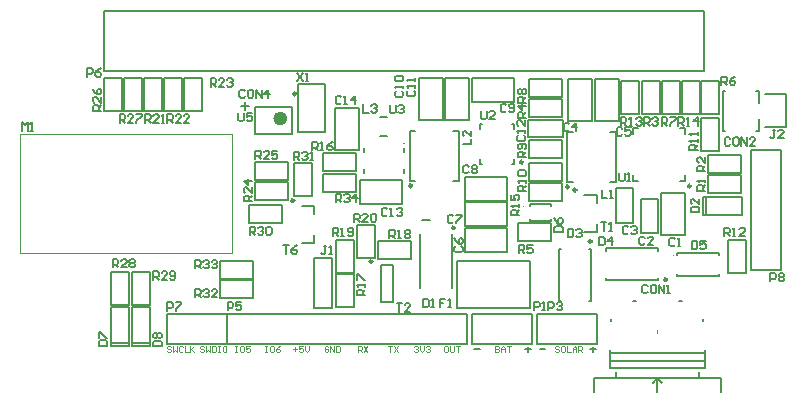
<source format=gto>
G04 Layer_Color=65535*
%FSAX25Y25*%
%MOIN*%
G70*
G01*
G75*
%ADD51C,0.02362*%
%ADD63C,0.00984*%
%ADD64C,0.00394*%
%ADD65C,0.00787*%
%ADD66C,0.00315*%
%ADD67C,0.00591*%
D51*
X0195590Y0187138D02*
G03*
X0195590Y0187138I-0001181J0000000D01*
G01*
D63*
X0225118Y0139500D02*
G03*
X0225118Y0139500I-0000492J0000000D01*
G01*
X0252527Y0150721D02*
G03*
X0252527Y0150721I-0000440J0000000D01*
G01*
X0199035Y0159776D02*
G03*
X0199035Y0159776I-0000492J0000000D01*
G01*
X0199724Y0195405D02*
G03*
X0199724Y0195405I-0000492J0000000D01*
G01*
X0238280Y0164736D02*
G03*
X0238280Y0164736I-0000492J0000000D01*
G01*
X0275315Y0172571D02*
G03*
X0275315Y0172571I-0000492J0000000D01*
G01*
X0298248Y0146193D02*
G03*
X0298248Y0146193I-0000492J0000000D01*
G01*
X0323248Y0133398D02*
G03*
X0323248Y0133398I-0000492J0000000D01*
G01*
X0331319Y0164598D02*
G03*
X0331319Y0164598I-0000492J0000000D01*
G01*
X0290642Y0164342D02*
G03*
X0290642Y0164342I-0000492J0000000D01*
G01*
X0293130Y0163319D02*
G03*
X0293130Y0163319I-0000492J0000000D01*
G01*
D64*
X0235748Y0178870D02*
G03*
X0235748Y0178870I-0000197J0000000D01*
G01*
X0275512Y0157905D02*
G03*
X0275512Y0157905I-0000197J0000000D01*
G01*
X0325512Y0141567D02*
G03*
X0325512Y0141567I-0000197J0000000D01*
G01*
X0107598Y0142453D02*
Y0162138D01*
Y0181823D01*
X0178464D01*
Y0142453D02*
Y0181823D01*
X0107598Y0142453D02*
X0178464D01*
X0287257Y0110825D02*
X0286929Y0111153D01*
X0286273D01*
X0285945Y0110825D01*
Y0110497D01*
X0286273Y0110169D01*
X0286929D01*
X0287257Y0109841D01*
Y0109513D01*
X0286929Y0109185D01*
X0286273D01*
X0285945Y0109513D01*
X0288897Y0111153D02*
X0288241D01*
X0287913Y0110825D01*
Y0109513D01*
X0288241Y0109185D01*
X0288897D01*
X0289225Y0109513D01*
Y0110825D01*
X0288897Y0111153D01*
X0289881D02*
Y0109185D01*
X0291193D01*
X0291848D02*
Y0110497D01*
X0292504Y0111153D01*
X0293160Y0110497D01*
Y0109185D01*
Y0110169D01*
X0291848D01*
X0293816Y0109185D02*
Y0111153D01*
X0294800D01*
X0295128Y0110825D01*
Y0110169D01*
X0294800Y0109841D01*
X0293816D01*
X0294472D02*
X0295128Y0109185D01*
X0266063Y0111153D02*
Y0109185D01*
X0267047D01*
X0267375Y0109513D01*
Y0109841D01*
X0267047Y0110169D01*
X0266063D01*
X0267047D01*
X0267375Y0110497D01*
Y0110825D01*
X0267047Y0111153D01*
X0266063D01*
X0268031Y0109185D02*
Y0110497D01*
X0268687Y0111153D01*
X0269343Y0110497D01*
Y0109185D01*
Y0110169D01*
X0268031D01*
X0269999Y0111153D02*
X0271311D01*
X0270655D01*
Y0109185D01*
X0250118Y0111153D02*
X0249462D01*
X0249134Y0110825D01*
Y0109513D01*
X0249462Y0109185D01*
X0250118D01*
X0250446Y0109513D01*
Y0110825D01*
X0250118Y0111153D01*
X0251102D02*
Y0109513D01*
X0251430Y0109185D01*
X0252086D01*
X0252414Y0109513D01*
Y0111153D01*
X0253070D02*
X0254381D01*
X0253726D01*
Y0109185D01*
X0239094Y0110825D02*
X0239422Y0111153D01*
X0240078D01*
X0240406Y0110825D01*
Y0110497D01*
X0240078Y0110169D01*
X0239751D01*
X0240078D01*
X0240406Y0109841D01*
Y0109513D01*
X0240078Y0109185D01*
X0239422D01*
X0239094Y0109513D01*
X0241062Y0111153D02*
Y0109841D01*
X0241718Y0109185D01*
X0242374Y0109841D01*
Y0111153D01*
X0243030Y0110825D02*
X0243358Y0111153D01*
X0244014D01*
X0244342Y0110825D01*
Y0110497D01*
X0244014Y0110169D01*
X0243686D01*
X0244014D01*
X0244342Y0109841D01*
Y0109513D01*
X0244014Y0109185D01*
X0243358D01*
X0243030Y0109513D01*
X0230236Y0111153D02*
X0231548D01*
X0230892D01*
Y0109185D01*
X0232204Y0111153D02*
X0233516Y0109185D01*
Y0111153D02*
X0232204Y0109185D01*
X0220197D02*
Y0111153D01*
X0221181D01*
X0221509Y0110825D01*
Y0110169D01*
X0221181Y0109841D01*
X0220197D01*
X0220853D02*
X0221509Y0109185D01*
X0222165Y0111153D02*
X0223477Y0109185D01*
Y0111153D02*
X0222165Y0109185D01*
X0210485Y0110825D02*
X0210157Y0111153D01*
X0209501D01*
X0209173Y0110825D01*
Y0109513D01*
X0209501Y0109185D01*
X0210157D01*
X0210485Y0109513D01*
Y0110169D01*
X0209829D01*
X0211141Y0109185D02*
Y0111153D01*
X0212453Y0109185D01*
Y0111153D01*
X0213109D02*
Y0109185D01*
X0214093D01*
X0214421Y0109513D01*
Y0110825D01*
X0214093Y0111153D01*
X0213109D01*
X0198740Y0110169D02*
X0200052D01*
X0199396Y0110825D02*
Y0109513D01*
X0202020Y0111153D02*
X0200708D01*
Y0110169D01*
X0201364Y0110497D01*
X0201692D01*
X0202020Y0110169D01*
Y0109513D01*
X0201692Y0109185D01*
X0201036D01*
X0200708Y0109513D01*
X0202676Y0111153D02*
Y0109841D01*
X0203332Y0109185D01*
X0203988Y0109841D01*
Y0111153D01*
X0189488D02*
X0190144D01*
X0189816D01*
Y0109185D01*
X0189488D01*
X0190144D01*
X0192112Y0111153D02*
X0191456D01*
X0191128Y0110825D01*
Y0109513D01*
X0191456Y0109185D01*
X0192112D01*
X0192440Y0109513D01*
Y0110825D01*
X0192112Y0111153D01*
X0194408D02*
X0193752Y0110825D01*
X0193096Y0110169D01*
Y0109513D01*
X0193424Y0109185D01*
X0194080D01*
X0194408Y0109513D01*
Y0109841D01*
X0194080Y0110169D01*
X0193096D01*
X0179449Y0111153D02*
X0180105D01*
X0179777D01*
Y0109185D01*
X0179449D01*
X0180105D01*
X0182073Y0111153D02*
X0181417D01*
X0181089Y0110825D01*
Y0109513D01*
X0181417Y0109185D01*
X0182073D01*
X0182401Y0109513D01*
Y0110825D01*
X0182073Y0111153D01*
X0184369D02*
X0183057D01*
Y0110169D01*
X0183712Y0110497D01*
X0184040D01*
X0184369Y0110169D01*
Y0109513D01*
X0184040Y0109185D01*
X0183385D01*
X0183057Y0109513D01*
X0168950Y0110825D02*
X0168622Y0111153D01*
X0167966D01*
X0167638Y0110825D01*
Y0110497D01*
X0167966Y0110169D01*
X0168622D01*
X0168950Y0109841D01*
Y0109513D01*
X0168622Y0109185D01*
X0167966D01*
X0167638Y0109513D01*
X0169606Y0111153D02*
Y0109185D01*
X0170262Y0109841D01*
X0170918Y0109185D01*
Y0111153D01*
X0171573D02*
Y0109185D01*
X0172557D01*
X0172885Y0109513D01*
Y0110825D01*
X0172557Y0111153D01*
X0171573D01*
X0173541D02*
X0174197D01*
X0173869D01*
Y0109185D01*
X0173541D01*
X0174197D01*
X0176165Y0111153D02*
X0175509D01*
X0175181Y0110825D01*
Y0109513D01*
X0175509Y0109185D01*
X0176165D01*
X0176493Y0109513D01*
Y0110825D01*
X0176165Y0111153D01*
X0157926Y0110825D02*
X0157598Y0111153D01*
X0156942D01*
X0156614Y0110825D01*
Y0110497D01*
X0156942Y0110169D01*
X0157598D01*
X0157926Y0109841D01*
Y0109513D01*
X0157598Y0109185D01*
X0156942D01*
X0156614Y0109513D01*
X0158582Y0111153D02*
Y0109185D01*
X0159238Y0109841D01*
X0159894Y0109185D01*
Y0111153D01*
X0161862Y0110825D02*
X0161534Y0111153D01*
X0160878D01*
X0160550Y0110825D01*
Y0109513D01*
X0160878Y0109185D01*
X0161534D01*
X0161862Y0109513D01*
X0162518Y0111153D02*
Y0109185D01*
X0163830D01*
X0164486Y0111153D02*
Y0109185D01*
Y0109841D01*
X0165797Y0111153D01*
X0164814Y0110169D01*
X0165797Y0109185D01*
D65*
X0135599Y0203095D02*
X0335598D01*
X0135599Y0223095D02*
X0335598D01*
X0135599Y0203095D02*
Y0223095D01*
X0335598Y0203095D02*
Y0223095D01*
X0162472Y0189709D02*
X0168473D01*
X0162472D02*
Y0200709D01*
X0168473D01*
Y0189709D02*
Y0200709D01*
X0155780Y0189709D02*
X0161779D01*
X0155780D02*
Y0200709D01*
X0161779D01*
Y0189709D02*
Y0200709D01*
X0149087Y0189709D02*
X0155087D01*
X0149087D02*
Y0200709D01*
X0155087D01*
Y0189709D02*
Y0200709D01*
X0142394D02*
X0148394D01*
Y0189709D02*
Y0200709D01*
X0142394Y0189709D02*
X0148394D01*
X0142394D02*
Y0200709D01*
X0135701D02*
X0141701D01*
Y0189709D02*
Y0200709D01*
X0135701Y0189709D02*
X0141701D01*
X0135701D02*
Y0200709D01*
X0185441Y0127248D02*
Y0133248D01*
X0174441Y0127248D02*
X0185441D01*
X0174441D02*
Y0133248D01*
X0185441D01*
X0174441Y0133744D02*
Y0139744D01*
X0185441D01*
Y0133744D02*
Y0139744D01*
X0174441Y0133744D02*
X0185441D01*
X0156678Y0121862D02*
X0176678D01*
X0156678Y0111862D02*
Y0121862D01*
Y0111862D02*
X0176678D01*
Y0121862D01*
X0143866Y0111240D02*
Y0124240D01*
X0137866D02*
X0143866D01*
X0137866Y0111240D02*
Y0124240D01*
Y0112240D02*
X0143866D01*
X0137866Y0111240D02*
X0143866D01*
X0151150D02*
Y0124240D01*
X0145150Y0124240D02*
X0151150Y0124240D01*
X0145150Y0124240D02*
X0145150Y0111240D01*
X0145150Y0112240D02*
X0151150D01*
X0145150Y0111240D02*
X0151150D01*
X0137876Y0136059D02*
X0143876D01*
Y0125059D02*
Y0136059D01*
X0137876Y0125059D02*
X0143876D01*
X0137876D02*
X0137876Y0136059D01*
X0145159D02*
X0151159D01*
Y0125059D02*
Y0136059D01*
X0145159Y0125059D02*
X0151159D01*
X0145159D02*
Y0136059D01*
X0176693Y0111862D02*
Y0121862D01*
X0256693D01*
Y0111862D02*
Y0121862D01*
X0176693Y0111862D02*
X0256693D01*
X0288295Y0187484D02*
Y0193484D01*
X0277295Y0187484D02*
X0288295D01*
X0277295D02*
Y0193484D01*
X0288295D01*
Y0194177D02*
Y0200177D01*
X0277295Y0194177D02*
X0288295D01*
X0277295D02*
Y0200177D01*
X0288295D01*
X0277045Y0181041D02*
Y0186541D01*
Y0181041D02*
X0288545D01*
Y0186541D01*
X0277045D02*
X0288545D01*
X0253268Y0139697D02*
X0277677D01*
X0253268Y0123949D02*
Y0139697D01*
Y0123949D02*
X0277677D01*
Y0139697D01*
X0219953Y0140496D02*
X0225953D01*
X0219953D02*
Y0151496D01*
X0225953D01*
Y0140496D02*
Y0151496D01*
X0226902Y0140240D02*
Y0146240D01*
X0237902D01*
Y0140240D02*
Y0146240D01*
X0226902Y0140240D02*
X0237902D01*
X0212866Y0135158D02*
X0218866D01*
Y0124158D02*
Y0135158D01*
X0212866Y0124158D02*
X0218866D01*
X0212866D02*
Y0135158D01*
X0232008Y0126114D02*
Y0138319D01*
X0228071Y0126114D02*
Y0138319D01*
Y0126114D02*
X0232008D01*
X0228071Y0138319D02*
X0232008D01*
X0219791Y0162681D02*
Y0168681D01*
X0208791Y0162681D02*
X0219791D01*
X0208791D02*
Y0168681D01*
X0219791Y0168681D01*
X0199087Y0172362D02*
X0205087D01*
X0205087Y0161362D02*
X0205087Y0172362D01*
X0199087Y0161362D02*
X0205087D01*
X0199087D02*
Y0172362D01*
X0212866Y0146772D02*
X0218866D01*
Y0135772D02*
Y0146772D01*
X0212866Y0135772D02*
X0218866D01*
X0212866D02*
Y0146772D01*
X0251693Y0130642D02*
Y0148752D01*
X0241063Y0130642D02*
Y0148752D01*
X0221071Y0158531D02*
Y0166532D01*
X0235071D01*
Y0158531D02*
Y0166532D01*
X0221071Y0158531D02*
X0235071D01*
X0227677Y0187689D02*
X0230039D01*
X0227677Y0181468D02*
X0230039D01*
X0235551Y0175898D02*
X0235551Y0177295D01*
X0235551Y0169027D02*
X0235551Y0170425D01*
X0222165Y0175898D02*
Y0177295D01*
Y0169028D02*
Y0170425D01*
X0205780Y0140669D02*
X0211779D01*
X0211779Y0124169D01*
X0205780Y0129669D02*
Y0140669D01*
Y0123949D02*
X0211779D01*
X0205780D02*
Y0129669D01*
X0211779Y0123949D02*
Y0125130D01*
X0318524Y0099047D02*
X0320098Y0100622D01*
X0321673Y0099047D01*
X0320098Y0095898D02*
Y0100622D01*
X0306319D02*
Y0102591D01*
X0333878Y0100622D02*
Y0102591D01*
X0311831Y0126409D02*
X0313012D01*
X0335453Y0119520D02*
Y0120307D01*
X0304350Y0106331D02*
X0335846D01*
X0304350Y0109087D02*
X0335846D01*
Y0103969D02*
Y0110071D01*
X0304350Y0103969D02*
Y0110071D01*
Y0103969D02*
X0335846D01*
X0304744Y0119520D02*
Y0120307D01*
X0327185Y0126409D02*
X0328366D01*
X0298839Y0095898D02*
Y0100622D01*
X0341358D01*
Y0095898D02*
Y0100622D01*
X0201496Y0158004D02*
X0205827D01*
X0205827Y0155445D01*
X0201496Y0145799D02*
X0205827D01*
X0205827Y0148358D01*
X0185957Y0166618D02*
Y0172618D01*
X0196957D01*
Y0166618D02*
Y0172618D01*
X0185957Y0166618D02*
X0196957D01*
X0185957Y0165925D02*
X0185957Y0159925D01*
X0185957Y0165925D02*
X0196957D01*
Y0159925D02*
Y0165925D01*
X0185957Y0159925D02*
X0196957Y0159925D01*
X0183988Y0158248D02*
X0183988Y0152248D01*
X0183988Y0158248D02*
X0194988D01*
X0194988Y0152248D02*
X0194988Y0158248D01*
X0183988Y0152248D02*
X0194988D01*
X0209173Y0182484D02*
X0209173Y0198484D01*
X0200342D02*
X0209173D01*
X0200342Y0182484D02*
Y0198484D01*
Y0182484D02*
X0209173Y0182484D01*
X0186142Y0182020D02*
X0186142Y0191075D01*
X0198346Y0182020D02*
X0198346Y0191075D01*
X0186142Y0182020D02*
X0198346D01*
X0186142Y0191075D02*
X0198346D01*
X0208791Y0169768D02*
Y0175768D01*
X0219791D01*
Y0169768D02*
Y0175768D01*
X0208791Y0169768D02*
X0219791Y0169768D01*
X0212653Y0176791D02*
X0220654D01*
X0212653D02*
X0212654Y0190791D01*
X0220654Y0190791D01*
Y0176791D02*
Y0190791D01*
X0258347Y0111862D02*
Y0121862D01*
X0278346D01*
Y0111862D02*
Y0121862D01*
X0258347Y0111862D02*
X0278346D01*
X0300157D02*
Y0121862D01*
X0280157Y0111862D02*
X0300157D01*
X0280157D02*
Y0121862D01*
X0300157D01*
X0273752Y0146146D02*
Y0152146D01*
X0284752D01*
Y0146146D02*
Y0152146D01*
X0273752Y0146146D02*
X0284752D01*
X0270110Y0142783D02*
Y0150784D01*
X0256110Y0142783D02*
X0270110D01*
X0256110D02*
Y0150784D01*
X0270110D01*
Y0151445D02*
Y0159445D01*
X0256110Y0151445D02*
X0270110D01*
X0256110D02*
Y0159445D01*
X0270110D01*
X0270110Y0159713D02*
Y0167713D01*
X0256110Y0159713D02*
X0270110D01*
X0256110D02*
Y0167713D01*
X0270110D01*
X0237520Y0166469D02*
Y0183004D01*
X0254055Y0166469D02*
Y0183004D01*
X0237520Y0166469D02*
X0239488D01*
X0237520Y0183004D02*
X0239488D01*
X0252087Y0166469D02*
X0254055D01*
X0252087Y0183004D02*
X0254055D01*
X0271575Y0185366D02*
X0272264D01*
Y0183693D02*
Y0185366D01*
X0260846D02*
X0261535D01*
X0260846Y0183693D02*
Y0185366D01*
Y0171980D02*
Y0173653D01*
Y0171980D02*
X0261535D01*
X0271575D02*
X0272264D01*
Y0173653D01*
X0288295Y0174098D02*
Y0180098D01*
X0277295Y0174098D02*
X0288295D01*
X0277295D02*
Y0180098D01*
X0288295D01*
Y0166224D02*
Y0172224D01*
X0277295Y0166224D02*
X0288295D01*
X0277295D02*
Y0172224D01*
X0288295D01*
X0284764Y0153083D02*
Y0153772D01*
X0277677Y0153083D02*
Y0153772D01*
X0284764Y0157905D02*
Y0158595D01*
X0277677Y0157905D02*
Y0158595D01*
Y0153083D02*
X0284764D01*
X0277677Y0158595D02*
X0284764D01*
X0297953Y0126311D02*
Y0143634D01*
X0287323Y0126311D02*
Y0143634D01*
X0297165Y0143634D02*
X0297953Y0143634D01*
X0297165Y0126311D02*
X0297953Y0126311D01*
X0287323Y0143634D02*
X0288110Y0143634D01*
X0287323Y0126311D02*
X0288110Y0126311D01*
X0302874Y0133201D02*
X0320197D01*
X0302874Y0143831D02*
X0320197D01*
Y0133201D02*
Y0133988D01*
X0302874Y0133201D02*
Y0133988D01*
X0320197Y0143043D02*
Y0143831D01*
X0302874Y0143043D02*
Y0143831D01*
X0343575Y0146772D02*
X0349575D01*
Y0135772D02*
Y0146772D01*
X0343575Y0135772D02*
X0349575D01*
X0343575D02*
Y0146772D01*
X0340669Y0141665D02*
Y0142453D01*
X0326496D02*
X0340669D01*
X0326496Y0141665D02*
Y0142453D01*
Y0134579D02*
Y0135366D01*
Y0134579D02*
X0340669D01*
Y0135366D01*
X0306423Y0152451D02*
X0311923D01*
Y0163951D01*
X0306423D02*
X0311923D01*
X0306423Y0152451D02*
Y0163951D01*
X0314691Y0148907D02*
X0320191D01*
Y0160407D01*
X0314691D02*
X0320191D01*
X0314691Y0148907D02*
Y0160407D01*
X0321315Y0162445D02*
X0329315D01*
Y0148445D02*
Y0162445D01*
X0321315Y0148445D02*
X0329315D01*
X0321315D02*
Y0162445D01*
X0335244Y0154807D02*
X0348244D01*
Y0160807D01*
X0335244D02*
X0348244D01*
X0336244Y0154807D02*
Y0160807D01*
X0335244Y0154807D02*
Y0160807D01*
X0337138Y0162287D02*
Y0168287D01*
X0348138D01*
Y0162287D02*
Y0168287D01*
X0337138Y0162287D02*
X0348138D01*
Y0168980D02*
Y0174980D01*
X0337138Y0168980D02*
X0348138D01*
X0337138D02*
Y0174980D01*
X0348138D01*
X0334520Y0176323D02*
X0340520D01*
X0334520D02*
Y0187323D01*
X0340520D01*
Y0176323D02*
Y0187323D01*
X0327579Y0183890D02*
X0329350D01*
Y0182118D02*
Y0183890D01*
X0311831D02*
X0313602D01*
X0311831Y0182118D02*
Y0183890D01*
Y0166370D02*
Y0168142D01*
Y0166370D02*
X0313602D01*
X0327579D02*
X0329350D01*
Y0168142D01*
X0351417Y0176508D02*
X0361417D01*
Y0136508D02*
Y0176508D01*
X0351417Y0136508D02*
Y0176508D01*
Y0136508D02*
X0361417D01*
X0363110Y0184185D02*
Y0195209D01*
X0356024Y0195209D02*
X0363110Y0195209D01*
X0356024Y0184185D02*
X0363110D01*
X0354055Y0192453D02*
Y0196390D01*
X0352874Y0196390D02*
X0354055Y0196390D01*
X0352874Y0183004D02*
X0354055D01*
Y0186941D01*
X0341850Y0196390D02*
X0342638D01*
X0341850Y0183004D02*
Y0196390D01*
Y0183004D02*
X0342638D01*
X0334520Y0188528D02*
X0340520D01*
X0334520D02*
Y0199528D01*
X0340520D01*
Y0188528D02*
Y0199528D01*
X0240606Y0186634D02*
X0248606D01*
X0240606D02*
Y0200634D01*
X0248606D01*
Y0186634D02*
Y0200634D01*
X0249268Y0186634D02*
X0257268D01*
X0249268D02*
Y0200634D01*
X0257268D01*
Y0186634D02*
Y0200634D01*
X0272472Y0192783D02*
Y0200783D01*
X0258472Y0192783D02*
X0272472D01*
X0258472D02*
Y0200783D01*
X0272472D01*
X0277295Y0159531D02*
Y0165532D01*
X0288295D01*
Y0159531D02*
Y0165532D01*
X0277295Y0159531D02*
X0288295D01*
X0290213Y0186240D02*
X0298213D01*
X0290213D02*
Y0200240D01*
X0298213D01*
Y0186240D02*
Y0200240D01*
X0299268Y0186240D02*
X0307268D01*
X0299268D02*
Y0200240D01*
X0307268D01*
Y0186240D02*
Y0200240D01*
X0289882Y0166075D02*
Y0182610D01*
X0306417Y0166075D02*
Y0182610D01*
X0289882Y0166075D02*
X0291850D01*
X0289882Y0182610D02*
X0291850D01*
X0304449Y0166075D02*
X0306417D01*
X0304449Y0182610D02*
X0306417D01*
X0295591Y0161547D02*
X0299921D01*
Y0158988D02*
Y0161547D01*
X0295591Y0149343D02*
X0299921D01*
Y0151902D01*
X0308142Y0188528D02*
X0314142D01*
X0308142D02*
Y0199528D01*
X0314142D01*
Y0188528D02*
Y0199528D01*
X0314835Y0188528D02*
X0320835D01*
X0314835D02*
Y0199528D01*
X0320835D01*
Y0188528D02*
Y0199528D01*
X0321528D02*
X0327528D01*
Y0188528D02*
Y0199528D01*
X0321528Y0188528D02*
X0327528D01*
X0321528D02*
Y0199528D01*
X0328221Y0188528D02*
X0334221D01*
X0328221D02*
Y0199528D01*
X0334221D01*
Y0188528D02*
Y0199528D01*
X0282795Y0110170D02*
X0280959D01*
X0299528D02*
X0297691D01*
X0298609Y0109251D02*
Y0111088D01*
X0260945Y0110170D02*
X0259108D01*
X0277874D02*
X0276037D01*
X0276956Y0109251D02*
Y0111088D01*
D66*
X0320098Y0115779D02*
Y0116567D01*
D67*
X0130039Y0201114D02*
Y0203869D01*
X0131417D01*
X0131876Y0203410D01*
Y0202492D01*
X0131417Y0202032D01*
X0130039D01*
X0134631Y0203869D02*
X0133713Y0203410D01*
X0132794Y0202492D01*
Y0201573D01*
X0133254Y0201114D01*
X0134172D01*
X0134631Y0201573D01*
Y0202032D01*
X0134172Y0202492D01*
X0132794D01*
X0108386Y0183102D02*
Y0185857D01*
X0109304Y0184939D01*
X0110222Y0185857D01*
Y0183102D01*
X0111141D02*
X0112059D01*
X0111600D01*
Y0185857D01*
X0111141Y0185398D01*
X0200118Y0202294D02*
X0201955Y0199539D01*
Y0202294D02*
X0200118Y0199539D01*
X0202873D02*
X0203791D01*
X0203332D01*
Y0202294D01*
X0202873Y0201835D01*
X0180433Y0188909D02*
Y0186613D01*
X0180892Y0186153D01*
X0181811D01*
X0182270Y0186613D01*
Y0188909D01*
X0185025D02*
X0183188D01*
Y0187531D01*
X0184106Y0187990D01*
X0184566D01*
X0185025Y0187531D01*
Y0186613D01*
X0184566Y0186153D01*
X0183647D01*
X0183188Y0186613D01*
X0231024Y0191665D02*
Y0189369D01*
X0231483Y0188909D01*
X0232401D01*
X0232860Y0189369D01*
Y0191665D01*
X0233779Y0191205D02*
X0234238Y0191665D01*
X0235156D01*
X0235615Y0191205D01*
Y0190746D01*
X0235156Y0190287D01*
X0234697D01*
X0235156D01*
X0235615Y0189828D01*
Y0189369D01*
X0235156Y0188909D01*
X0234238D01*
X0233779Y0189369D01*
X0261339Y0189696D02*
Y0187400D01*
X0261798Y0186941D01*
X0262716D01*
X0263175Y0187400D01*
Y0189696D01*
X0265930Y0186941D02*
X0264094D01*
X0265930Y0188778D01*
Y0189237D01*
X0265471Y0189696D01*
X0264553D01*
X0264094Y0189237D01*
X0307402Y0169027D02*
Y0166731D01*
X0307861Y0166272D01*
X0308779D01*
X0309238Y0166731D01*
Y0169027D01*
X0310157Y0166272D02*
X0311075D01*
X0310616D01*
Y0169027D01*
X0310157Y0168568D01*
X0195394Y0144814D02*
X0197230D01*
X0196312D01*
Y0142059D01*
X0199985Y0144814D02*
X0199067Y0144355D01*
X0198149Y0143437D01*
Y0142518D01*
X0198608Y0142059D01*
X0199526D01*
X0199985Y0142518D01*
Y0142977D01*
X0199526Y0143437D01*
X0198149D01*
X0233189Y0125523D02*
X0235026D01*
X0234107D01*
Y0122768D01*
X0237781D02*
X0235944D01*
X0237781Y0124604D01*
Y0125064D01*
X0237321Y0125523D01*
X0236403D01*
X0235944Y0125064D01*
X0301299Y0152491D02*
X0303136D01*
X0302218D01*
Y0149736D01*
X0304054D02*
X0304973D01*
X0304513D01*
Y0152491D01*
X0304054Y0152032D01*
X0212913Y0159185D02*
Y0161940D01*
X0214291D01*
X0214750Y0161481D01*
Y0160563D01*
X0214291Y0160103D01*
X0212913D01*
X0213832D02*
X0214750Y0159185D01*
X0215668Y0161481D02*
X0216128Y0161940D01*
X0217046D01*
X0217505Y0161481D01*
Y0161022D01*
X0217046Y0160563D01*
X0216587D01*
X0217046D01*
X0217505Y0160103D01*
Y0159644D01*
X0217046Y0159185D01*
X0216128D01*
X0215668Y0159644D01*
X0219801Y0159185D02*
Y0161940D01*
X0218423Y0160563D01*
X0220260D01*
X0166063Y0137138D02*
Y0139893D01*
X0167440D01*
X0167900Y0139434D01*
Y0138515D01*
X0167440Y0138056D01*
X0166063D01*
X0166981D02*
X0167900Y0137138D01*
X0168818Y0139434D02*
X0169277Y0139893D01*
X0170195D01*
X0170655Y0139434D01*
Y0138974D01*
X0170195Y0138515D01*
X0169736D01*
X0170195D01*
X0170655Y0138056D01*
Y0137597D01*
X0170195Y0137138D01*
X0169277D01*
X0168818Y0137597D01*
X0171573Y0139434D02*
X0172032Y0139893D01*
X0172950D01*
X0173410Y0139434D01*
Y0138974D01*
X0172950Y0138515D01*
X0172491D01*
X0172950D01*
X0173410Y0138056D01*
Y0137597D01*
X0172950Y0137138D01*
X0172032D01*
X0171573Y0137597D01*
X0166063Y0127492D02*
Y0130247D01*
X0167440D01*
X0167900Y0129788D01*
Y0128870D01*
X0167440Y0128410D01*
X0166063D01*
X0166981D02*
X0167900Y0127492D01*
X0168818Y0129788D02*
X0169277Y0130247D01*
X0170195D01*
X0170655Y0129788D01*
Y0129329D01*
X0170195Y0128870D01*
X0169736D01*
X0170195D01*
X0170655Y0128410D01*
Y0127951D01*
X0170195Y0127492D01*
X0169277D01*
X0168818Y0127951D01*
X0173410Y0127492D02*
X0171573D01*
X0173410Y0129329D01*
Y0129788D01*
X0172950Y0130247D01*
X0172032D01*
X0171573Y0129788D01*
X0198937Y0173358D02*
Y0176113D01*
X0200314D01*
X0200774Y0175654D01*
Y0174736D01*
X0200314Y0174277D01*
X0198937D01*
X0199855D02*
X0200774Y0173358D01*
X0201692Y0175654D02*
X0202151Y0176113D01*
X0203070D01*
X0203529Y0175654D01*
Y0175195D01*
X0203070Y0174736D01*
X0202610D01*
X0203070D01*
X0203529Y0174277D01*
Y0173817D01*
X0203070Y0173358D01*
X0202151D01*
X0201692Y0173817D01*
X0204447Y0173358D02*
X0205365D01*
X0204906D01*
Y0176113D01*
X0204447Y0175654D01*
X0184173Y0148358D02*
Y0151113D01*
X0185551D01*
X0186010Y0150654D01*
Y0149736D01*
X0185551Y0149277D01*
X0184173D01*
X0185092D02*
X0186010Y0148358D01*
X0186928Y0150654D02*
X0187387Y0151113D01*
X0188306D01*
X0188765Y0150654D01*
Y0150195D01*
X0188306Y0149736D01*
X0187847D01*
X0188306D01*
X0188765Y0149277D01*
Y0148817D01*
X0188306Y0148358D01*
X0187387D01*
X0186928Y0148817D01*
X0189683Y0150654D02*
X0190143Y0151113D01*
X0191061D01*
X0191520Y0150654D01*
Y0148817D01*
X0191061Y0148358D01*
X0190143D01*
X0189683Y0148817D01*
Y0150654D01*
X0152087Y0133398D02*
Y0136153D01*
X0153464D01*
X0153923Y0135694D01*
Y0134775D01*
X0153464Y0134316D01*
X0152087D01*
X0153005D02*
X0153923Y0133398D01*
X0156678D02*
X0154842D01*
X0156678Y0135234D01*
Y0135694D01*
X0156219Y0136153D01*
X0155301D01*
X0154842Y0135694D01*
X0157597Y0133857D02*
X0158056Y0133398D01*
X0158974D01*
X0159433Y0133857D01*
Y0135694D01*
X0158974Y0136153D01*
X0158056D01*
X0157597Y0135694D01*
Y0135234D01*
X0158056Y0134775D01*
X0159433D01*
X0138633Y0137491D02*
Y0140246D01*
X0140011D01*
X0140470Y0139786D01*
Y0138868D01*
X0140011Y0138409D01*
X0138633D01*
X0139551D02*
X0140470Y0137491D01*
X0143225D02*
X0141388D01*
X0143225Y0139327D01*
Y0139786D01*
X0142766Y0140246D01*
X0141847D01*
X0141388Y0139786D01*
X0144143D02*
X0144602Y0140246D01*
X0145521D01*
X0145980Y0139786D01*
Y0139327D01*
X0145521Y0138868D01*
X0145980Y0138409D01*
Y0137950D01*
X0145521Y0137491D01*
X0144602D01*
X0144143Y0137950D01*
Y0138409D01*
X0144602Y0138868D01*
X0144143Y0139327D01*
Y0139786D01*
X0144602Y0138868D02*
X0145521D01*
X0140866Y0185760D02*
Y0188515D01*
X0142244D01*
X0142703Y0188056D01*
Y0187137D01*
X0142244Y0186678D01*
X0140866D01*
X0141785D02*
X0142703Y0185760D01*
X0145458D02*
X0143621D01*
X0145458Y0187596D01*
Y0188056D01*
X0144999Y0188515D01*
X0144080D01*
X0143621Y0188056D01*
X0146376Y0188515D02*
X0148213D01*
Y0188056D01*
X0146376Y0186219D01*
Y0185760D01*
X0134764Y0189697D02*
X0132009D01*
Y0191074D01*
X0132468Y0191534D01*
X0133386D01*
X0133845Y0191074D01*
Y0189697D01*
Y0190615D02*
X0134764Y0191534D01*
Y0194289D02*
Y0192452D01*
X0132927Y0194289D01*
X0132468D01*
X0132009Y0193829D01*
Y0192911D01*
X0132468Y0192452D01*
X0132009Y0197044D02*
X0132468Y0196125D01*
X0133386Y0195207D01*
X0134305D01*
X0134764Y0195666D01*
Y0196584D01*
X0134305Y0197044D01*
X0133845D01*
X0133386Y0196584D01*
Y0195207D01*
X0186142Y0173555D02*
Y0176310D01*
X0187519D01*
X0187978Y0175851D01*
Y0174933D01*
X0187519Y0174474D01*
X0186142D01*
X0187060D02*
X0187978Y0173555D01*
X0190733D02*
X0188897D01*
X0190733Y0175392D01*
Y0175851D01*
X0190274Y0176310D01*
X0189356D01*
X0188897Y0175851D01*
X0193489Y0176310D02*
X0191652D01*
Y0174933D01*
X0192570Y0175392D01*
X0193029D01*
X0193489Y0174933D01*
Y0174014D01*
X0193029Y0173555D01*
X0192111D01*
X0191652Y0174014D01*
X0184961Y0159579D02*
X0182206D01*
Y0160956D01*
X0182665Y0161415D01*
X0183583D01*
X0184042Y0160956D01*
Y0159579D01*
Y0160497D02*
X0184961Y0161415D01*
Y0164170D02*
Y0162334D01*
X0183124Y0164170D01*
X0182665D01*
X0182206Y0163711D01*
Y0162793D01*
X0182665Y0162334D01*
X0184961Y0166466D02*
X0182206D01*
X0183583Y0165089D01*
Y0166926D01*
X0171181Y0197768D02*
Y0200523D01*
X0172559D01*
X0173018Y0200064D01*
Y0199145D01*
X0172559Y0198686D01*
X0171181D01*
X0172099D02*
X0173018Y0197768D01*
X0175773D02*
X0173936D01*
X0175773Y0199604D01*
Y0200064D01*
X0175314Y0200523D01*
X0174395D01*
X0173936Y0200064D01*
X0176691D02*
X0177150Y0200523D01*
X0178069D01*
X0178528Y0200064D01*
Y0199604D01*
X0178069Y0199145D01*
X0177610D01*
X0178069D01*
X0178528Y0198686D01*
Y0198227D01*
X0178069Y0197768D01*
X0177150D01*
X0176691Y0198227D01*
X0156811Y0185760D02*
Y0188515D01*
X0158188D01*
X0158648Y0188056D01*
Y0187137D01*
X0158188Y0186678D01*
X0156811D01*
X0157729D02*
X0158648Y0185760D01*
X0161403D02*
X0159566D01*
X0161403Y0187596D01*
Y0188056D01*
X0160944Y0188515D01*
X0160025D01*
X0159566Y0188056D01*
X0164158Y0185760D02*
X0162321D01*
X0164158Y0187596D01*
Y0188056D01*
X0163699Y0188515D01*
X0162780D01*
X0162321Y0188056D01*
X0149331Y0185760D02*
Y0188515D01*
X0150708D01*
X0151167Y0188056D01*
Y0187137D01*
X0150708Y0186678D01*
X0149331D01*
X0150249D02*
X0151167Y0185760D01*
X0153922D02*
X0152086D01*
X0153922Y0187596D01*
Y0188056D01*
X0153463Y0188515D01*
X0152545D01*
X0152086Y0188056D01*
X0154841Y0185760D02*
X0155759D01*
X0155300D01*
Y0188515D01*
X0154841Y0188056D01*
X0219016Y0152689D02*
Y0155444D01*
X0220393D01*
X0220852Y0154985D01*
Y0154067D01*
X0220393Y0153607D01*
X0219016D01*
X0219934D02*
X0220852Y0152689D01*
X0223607D02*
X0221771D01*
X0223607Y0154526D01*
Y0154985D01*
X0223148Y0155444D01*
X0222230D01*
X0221771Y0154985D01*
X0224526D02*
X0224985Y0155444D01*
X0225903D01*
X0226362Y0154985D01*
Y0153148D01*
X0225903Y0152689D01*
X0224985D01*
X0224526Y0153148D01*
Y0154985D01*
X0211929Y0147965D02*
Y0150720D01*
X0213307D01*
X0213766Y0150260D01*
Y0149342D01*
X0213307Y0148883D01*
X0211929D01*
X0212847D02*
X0213766Y0147965D01*
X0214684D02*
X0215602D01*
X0215143D01*
Y0150720D01*
X0214684Y0150260D01*
X0216980Y0148424D02*
X0217439Y0147965D01*
X0218357D01*
X0218817Y0148424D01*
Y0150260D01*
X0218357Y0150720D01*
X0217439D01*
X0216980Y0150260D01*
Y0149801D01*
X0217439Y0149342D01*
X0218817D01*
X0230827Y0147177D02*
Y0149932D01*
X0232204D01*
X0232663Y0149473D01*
Y0148555D01*
X0232204Y0148096D01*
X0230827D01*
X0231745D02*
X0232663Y0147177D01*
X0233582D02*
X0234500D01*
X0234041D01*
Y0149932D01*
X0233582Y0149473D01*
X0235878D02*
X0236337Y0149932D01*
X0237255D01*
X0237714Y0149473D01*
Y0149014D01*
X0237255Y0148555D01*
X0237714Y0148096D01*
Y0147636D01*
X0237255Y0147177D01*
X0236337D01*
X0235878Y0147636D01*
Y0148096D01*
X0236337Y0148555D01*
X0235878Y0149014D01*
Y0149473D01*
X0236337Y0148555D02*
X0237255D01*
X0222756Y0128279D02*
X0220001D01*
Y0129657D01*
X0220460Y0130116D01*
X0221378D01*
X0221838Y0129657D01*
Y0128279D01*
Y0129198D02*
X0222756Y0130116D01*
Y0131035D02*
Y0131953D01*
Y0131494D01*
X0220001D01*
X0220460Y0131035D01*
X0220001Y0133330D02*
Y0135167D01*
X0220460D01*
X0222297Y0133330D01*
X0222756D01*
X0205039Y0176508D02*
Y0179263D01*
X0206417D01*
X0206876Y0178804D01*
Y0177885D01*
X0206417Y0177426D01*
X0205039D01*
X0205958D02*
X0206876Y0176508D01*
X0207794D02*
X0208713D01*
X0208254D01*
Y0179263D01*
X0207794Y0178804D01*
X0211927Y0179263D02*
X0211009Y0178804D01*
X0210090Y0177885D01*
Y0176967D01*
X0210549Y0176508D01*
X0211468D01*
X0211927Y0176967D01*
Y0177426D01*
X0211468Y0177885D01*
X0210090D01*
X0327087Y0184776D02*
Y0187531D01*
X0328464D01*
X0328923Y0187071D01*
Y0186153D01*
X0328464Y0185694D01*
X0327087D01*
X0328005D02*
X0328923Y0184776D01*
X0329842D02*
X0330760D01*
X0330301D01*
Y0187531D01*
X0329842Y0187071D01*
X0333515Y0184776D02*
Y0187531D01*
X0332137Y0186153D01*
X0333974D01*
X0307992Y0184776D02*
Y0187531D01*
X0309370D01*
X0309829Y0187071D01*
Y0186153D01*
X0309370Y0185694D01*
X0307992D01*
X0308910D02*
X0309829Y0184776D01*
X0310747D02*
X0311666D01*
X0311206D01*
Y0187531D01*
X0310747Y0187071D01*
X0313043D02*
X0313502Y0187531D01*
X0314421D01*
X0314880Y0187071D01*
Y0186612D01*
X0314421Y0186153D01*
X0313961D01*
X0314421D01*
X0314880Y0185694D01*
Y0185235D01*
X0314421Y0184776D01*
X0313502D01*
X0313043Y0185235D01*
X0342441Y0147965D02*
Y0150720D01*
X0343818D01*
X0344278Y0150260D01*
Y0149342D01*
X0343818Y0148883D01*
X0342441D01*
X0343359D02*
X0344278Y0147965D01*
X0345196D02*
X0346114D01*
X0345655D01*
Y0150720D01*
X0345196Y0150260D01*
X0349328Y0147965D02*
X0347492D01*
X0349328Y0149801D01*
Y0150260D01*
X0348869Y0150720D01*
X0347951D01*
X0347492Y0150260D01*
X0333583Y0176508D02*
X0330828D01*
Y0177885D01*
X0331287Y0178345D01*
X0332205D01*
X0332664Y0177885D01*
Y0176508D01*
Y0177426D02*
X0333583Y0178345D01*
Y0179263D02*
Y0180181D01*
Y0179722D01*
X0330828D01*
X0331287Y0179263D01*
X0333583Y0181559D02*
Y0182477D01*
Y0182018D01*
X0330828D01*
X0331287Y0181559D01*
X0276299Y0162925D02*
X0273544D01*
Y0164303D01*
X0274003Y0164762D01*
X0274922D01*
X0275381Y0164303D01*
Y0162925D01*
Y0163844D02*
X0276299Y0164762D01*
Y0165680D02*
Y0166599D01*
Y0166139D01*
X0273544D01*
X0274003Y0165680D01*
Y0167976D02*
X0273544Y0168435D01*
Y0169354D01*
X0274003Y0169813D01*
X0275840D01*
X0276299Y0169354D01*
Y0168435D01*
X0275840Y0167976D01*
X0274003D01*
X0276299Y0174146D02*
X0273544D01*
Y0175523D01*
X0274003Y0175982D01*
X0274922D01*
X0275381Y0175523D01*
Y0174146D01*
Y0175064D02*
X0276299Y0175982D01*
X0275840Y0176901D02*
X0276299Y0177360D01*
Y0178278D01*
X0275840Y0178737D01*
X0274003D01*
X0273544Y0178278D01*
Y0177360D01*
X0274003Y0176901D01*
X0274463D01*
X0274922Y0177360D01*
Y0178737D01*
X0276299Y0192453D02*
X0273544D01*
Y0193830D01*
X0274003Y0194289D01*
X0274922D01*
X0275381Y0193830D01*
Y0192453D01*
Y0193371D02*
X0276299Y0194289D01*
X0274003Y0195208D02*
X0273544Y0195667D01*
Y0196585D01*
X0274003Y0197045D01*
X0274463D01*
X0274922Y0196585D01*
X0275381Y0197045D01*
X0275840D01*
X0276299Y0196585D01*
Y0195667D01*
X0275840Y0195208D01*
X0275381D01*
X0274922Y0195667D01*
X0274463Y0195208D01*
X0274003D01*
X0274922Y0195667D02*
Y0196585D01*
X0321575Y0184776D02*
Y0187531D01*
X0322952D01*
X0323411Y0187071D01*
Y0186153D01*
X0322952Y0185694D01*
X0321575D01*
X0322493D02*
X0323411Y0184776D01*
X0324330Y0187531D02*
X0326167D01*
Y0187071D01*
X0324330Y0185235D01*
Y0184776D01*
X0341457Y0198358D02*
Y0201113D01*
X0342834D01*
X0343293Y0200654D01*
Y0199736D01*
X0342834Y0199277D01*
X0341457D01*
X0342375D02*
X0343293Y0198358D01*
X0346048Y0201113D02*
X0345130Y0200654D01*
X0344212Y0199736D01*
Y0198817D01*
X0344671Y0198358D01*
X0345589D01*
X0346048Y0198817D01*
Y0199277D01*
X0345589Y0199736D01*
X0344212D01*
X0273937Y0142256D02*
Y0145011D01*
X0275314D01*
X0275774Y0144552D01*
Y0143633D01*
X0275314Y0143174D01*
X0273937D01*
X0274855D02*
X0275774Y0142256D01*
X0278529Y0145011D02*
X0276692D01*
Y0143633D01*
X0277610Y0144093D01*
X0278069D01*
X0278529Y0143633D01*
Y0142715D01*
X0278069Y0142256D01*
X0277151D01*
X0276692Y0142715D01*
X0276299Y0187335D02*
X0273544D01*
Y0188712D01*
X0274003Y0189171D01*
X0274922D01*
X0275381Y0188712D01*
Y0187335D01*
Y0188253D02*
X0276299Y0189171D01*
Y0191467D02*
X0273544D01*
X0274922Y0190090D01*
Y0191926D01*
X0315669Y0184776D02*
Y0187531D01*
X0317047D01*
X0317506Y0187071D01*
Y0186153D01*
X0317047Y0185694D01*
X0315669D01*
X0316588D02*
X0317506Y0184776D01*
X0318424Y0187071D02*
X0318883Y0187531D01*
X0319802D01*
X0320261Y0187071D01*
Y0186612D01*
X0319802Y0186153D01*
X0319343D01*
X0319802D01*
X0320261Y0185694D01*
Y0185235D01*
X0319802Y0184776D01*
X0318883D01*
X0318424Y0185235D01*
X0336142Y0169618D02*
X0333387D01*
Y0170996D01*
X0333846Y0171455D01*
X0334764D01*
X0335223Y0170996D01*
Y0169618D01*
Y0170536D02*
X0336142Y0171455D01*
Y0174210D02*
Y0172373D01*
X0334305Y0174210D01*
X0333846D01*
X0333387Y0173751D01*
Y0172832D01*
X0333846Y0172373D01*
X0336142Y0163122D02*
X0333387D01*
Y0164500D01*
X0333846Y0164959D01*
X0334764D01*
X0335223Y0164500D01*
Y0163122D01*
Y0164040D02*
X0336142Y0164959D01*
Y0165877D02*
Y0166795D01*
Y0166336D01*
X0333387D01*
X0333846Y0165877D01*
X0357795Y0132807D02*
Y0135562D01*
X0359173D01*
X0359632Y0135103D01*
Y0134185D01*
X0359173Y0133725D01*
X0357795D01*
X0360550Y0135103D02*
X0361010Y0135562D01*
X0361928D01*
X0362387Y0135103D01*
Y0134644D01*
X0361928Y0134185D01*
X0362387Y0133725D01*
Y0133266D01*
X0361928Y0132807D01*
X0361010D01*
X0360550Y0133266D01*
Y0133725D01*
X0361010Y0134185D01*
X0360550Y0134644D01*
Y0135103D01*
X0361010Y0134185D02*
X0361928D01*
X0156757Y0123063D02*
Y0125818D01*
X0158134D01*
X0158593Y0125359D01*
Y0124441D01*
X0158134Y0123981D01*
X0156757D01*
X0159512Y0125818D02*
X0161348D01*
Y0125359D01*
X0159512Y0123522D01*
Y0123063D01*
X0176890Y0123161D02*
Y0125916D01*
X0178267D01*
X0178726Y0125457D01*
Y0124539D01*
X0178267Y0124080D01*
X0176890D01*
X0181482Y0125916D02*
X0179645D01*
Y0124539D01*
X0180563Y0124998D01*
X0181022D01*
X0181482Y0124539D01*
Y0123621D01*
X0181022Y0123161D01*
X0180104D01*
X0179645Y0123621D01*
X0283780Y0123161D02*
Y0125916D01*
X0285157D01*
X0285616Y0125457D01*
Y0124539D01*
X0285157Y0124080D01*
X0283780D01*
X0286535Y0125457D02*
X0286994Y0125916D01*
X0287912D01*
X0288371Y0125457D01*
Y0124998D01*
X0287912Y0124539D01*
X0287453D01*
X0287912D01*
X0288371Y0124080D01*
Y0123621D01*
X0287912Y0123161D01*
X0286994D01*
X0286535Y0123621D01*
X0279055Y0123358D02*
Y0126113D01*
X0280433D01*
X0280892Y0125654D01*
Y0124736D01*
X0280433Y0124277D01*
X0279055D01*
X0281810Y0123358D02*
X0282729D01*
X0282269D01*
Y0126113D01*
X0281810Y0125654D01*
X0255237Y0178476D02*
X0257992D01*
Y0180313D01*
Y0183068D02*
Y0181231D01*
X0256155Y0183068D01*
X0255696D01*
X0255237Y0182609D01*
Y0181691D01*
X0255696Y0181231D01*
X0301496Y0163318D02*
Y0160563D01*
X0303333D01*
X0304251D02*
X0305169D01*
X0304710D01*
Y0163318D01*
X0304251Y0162859D01*
X0359435Y0183397D02*
X0358517D01*
X0358976D01*
Y0181101D01*
X0358517Y0180642D01*
X0358058D01*
X0357598Y0181101D01*
X0362190Y0180642D02*
X0360353D01*
X0362190Y0182478D01*
Y0182938D01*
X0361731Y0183397D01*
X0360813D01*
X0360353Y0182938D01*
X0249494Y0126999D02*
X0247657D01*
Y0125622D01*
X0248576D01*
X0247657D01*
Y0124244D01*
X0250413D02*
X0251331D01*
X0250872D01*
Y0126999D01*
X0250413Y0126540D01*
X0152087Y0111153D02*
X0154842D01*
Y0112531D01*
X0154383Y0112990D01*
X0152547D01*
X0152087Y0112531D01*
Y0111153D01*
X0152547Y0113909D02*
X0152087Y0114368D01*
Y0115286D01*
X0152547Y0115745D01*
X0153006D01*
X0153465Y0115286D01*
X0153924Y0115745D01*
X0154383D01*
X0154842Y0115286D01*
Y0114368D01*
X0154383Y0113909D01*
X0153924D01*
X0153465Y0114368D01*
X0153006Y0113909D01*
X0152547D01*
X0153465Y0114368D02*
Y0115286D01*
X0133977Y0111350D02*
X0136732D01*
Y0112728D01*
X0136273Y0113187D01*
X0134436D01*
X0133977Y0112728D01*
Y0111350D01*
Y0114105D02*
Y0115942D01*
X0134436D01*
X0136273Y0114105D01*
X0136732D01*
X0285749Y0149343D02*
X0288504D01*
Y0150720D01*
X0288045Y0151179D01*
X0286208D01*
X0285749Y0150720D01*
Y0149343D01*
Y0153934D02*
X0286208Y0153016D01*
X0287126Y0152097D01*
X0288045D01*
X0288504Y0152557D01*
Y0153475D01*
X0288045Y0153934D01*
X0287586D01*
X0287126Y0153475D01*
Y0152097D01*
X0331614Y0146389D02*
Y0143634D01*
X0332992D01*
X0333451Y0144093D01*
Y0145930D01*
X0332992Y0146389D01*
X0331614D01*
X0336206D02*
X0334369D01*
Y0145011D01*
X0335287Y0145470D01*
X0335747D01*
X0336206Y0145011D01*
Y0144093D01*
X0335747Y0143634D01*
X0334828D01*
X0334369Y0144093D01*
X0300709Y0147570D02*
Y0144815D01*
X0302086D01*
X0302545Y0145274D01*
Y0147111D01*
X0302086Y0147570D01*
X0300709D01*
X0304841Y0144815D02*
Y0147570D01*
X0303464Y0146193D01*
X0305300D01*
X0290276Y0150326D02*
Y0147571D01*
X0291653D01*
X0292112Y0148030D01*
Y0149867D01*
X0291653Y0150326D01*
X0290276D01*
X0293031Y0149867D02*
X0293490Y0150326D01*
X0294408D01*
X0294867Y0149867D01*
Y0149407D01*
X0294408Y0148948D01*
X0293949D01*
X0294408D01*
X0294867Y0148489D01*
Y0148030D01*
X0294408Y0147571D01*
X0293490D01*
X0293031Y0148030D01*
X0331221Y0155839D02*
X0333976D01*
Y0157216D01*
X0333517Y0157675D01*
X0331680D01*
X0331221Y0157216D01*
Y0155839D01*
X0333976Y0160430D02*
Y0158594D01*
X0332140Y0160430D01*
X0331680D01*
X0331221Y0159971D01*
Y0159053D01*
X0331680Y0158594D01*
X0242047Y0126999D02*
Y0124244D01*
X0243425D01*
X0243884Y0124703D01*
Y0126540D01*
X0243425Y0126999D01*
X0242047D01*
X0244802Y0124244D02*
X0245721D01*
X0245261D01*
Y0126999D01*
X0244802Y0126540D01*
X0182664Y0196323D02*
X0182204Y0196783D01*
X0181286D01*
X0180827Y0196323D01*
Y0194487D01*
X0181286Y0194028D01*
X0182204D01*
X0182664Y0194487D01*
X0184959Y0196783D02*
X0184041D01*
X0183582Y0196323D01*
Y0194487D01*
X0184041Y0194028D01*
X0184959D01*
X0185418Y0194487D01*
Y0196323D01*
X0184959Y0196783D01*
X0186337Y0194028D02*
Y0196783D01*
X0188173Y0194028D01*
Y0196783D01*
X0190469Y0194028D02*
Y0196783D01*
X0189092Y0195405D01*
X0190928D01*
X0344475Y0180378D02*
X0344015Y0180838D01*
X0343097D01*
X0342638Y0180378D01*
Y0178542D01*
X0343097Y0178083D01*
X0344015D01*
X0344475Y0178542D01*
X0346770Y0180838D02*
X0345852D01*
X0345393Y0180378D01*
Y0178542D01*
X0345852Y0178083D01*
X0346770D01*
X0347230Y0178542D01*
Y0180378D01*
X0346770Y0180838D01*
X0348148Y0178083D02*
Y0180838D01*
X0349985Y0178083D01*
Y0180838D01*
X0352740Y0178083D02*
X0350903D01*
X0352740Y0179919D01*
Y0180378D01*
X0352280Y0180838D01*
X0351362D01*
X0350903Y0180378D01*
X0316915Y0131166D02*
X0316456Y0131625D01*
X0315538D01*
X0315079Y0131166D01*
Y0129329D01*
X0315538Y0128870D01*
X0316456D01*
X0316915Y0129329D01*
X0319211Y0131625D02*
X0318293D01*
X0317834Y0131166D01*
Y0129329D01*
X0318293Y0128870D01*
X0319211D01*
X0319670Y0129329D01*
Y0131166D01*
X0319211Y0131625D01*
X0320589Y0128870D02*
Y0131625D01*
X0322426Y0128870D01*
Y0131625D01*
X0323344Y0128870D02*
X0324262D01*
X0323803D01*
Y0131625D01*
X0323344Y0131166D01*
X0214750Y0194158D02*
X0214291Y0194617D01*
X0213373D01*
X0212913Y0194158D01*
Y0192321D01*
X0213373Y0191862D01*
X0214291D01*
X0214750Y0192321D01*
X0215668Y0191862D02*
X0216587D01*
X0216128D01*
Y0194617D01*
X0215668Y0194158D01*
X0219342Y0191862D02*
Y0194617D01*
X0217964Y0193240D01*
X0219801D01*
X0230104Y0156953D02*
X0229645Y0157413D01*
X0228727D01*
X0228268Y0156953D01*
Y0155117D01*
X0228727Y0154657D01*
X0229645D01*
X0230104Y0155117D01*
X0231023Y0154657D02*
X0231941D01*
X0231482D01*
Y0157413D01*
X0231023Y0156953D01*
X0233319D02*
X0233778Y0157413D01*
X0234696D01*
X0235155Y0156953D01*
Y0156494D01*
X0234696Y0156035D01*
X0234237D01*
X0234696D01*
X0235155Y0155576D01*
Y0155117D01*
X0234696Y0154657D01*
X0233778D01*
X0233319Y0155117D01*
X0273807Y0181494D02*
X0273347Y0181035D01*
Y0180117D01*
X0273807Y0179657D01*
X0275643D01*
X0276102Y0180117D01*
Y0181035D01*
X0275643Y0181494D01*
X0276102Y0182413D02*
Y0183331D01*
Y0182872D01*
X0273347D01*
X0273807Y0182413D01*
X0276102Y0186545D02*
Y0184708D01*
X0274266Y0186545D01*
X0273807D01*
X0273347Y0186086D01*
Y0185168D01*
X0273807Y0184708D01*
X0236996Y0196455D02*
X0236536Y0195996D01*
Y0195077D01*
X0236996Y0194618D01*
X0238832D01*
X0239291Y0195077D01*
Y0195996D01*
X0238832Y0196455D01*
X0239291Y0197373D02*
Y0198292D01*
Y0197832D01*
X0236536D01*
X0236996Y0197373D01*
X0239291Y0199669D02*
Y0200587D01*
Y0200128D01*
X0236536D01*
X0236996Y0199669D01*
X0233059Y0196258D02*
X0232599Y0195799D01*
Y0194880D01*
X0233059Y0194421D01*
X0234895D01*
X0235354Y0194880D01*
Y0195799D01*
X0234895Y0196258D01*
X0235354Y0197176D02*
Y0198095D01*
Y0197635D01*
X0232599D01*
X0233059Y0197176D01*
Y0199472D02*
X0232599Y0199931D01*
Y0200850D01*
X0233059Y0201309D01*
X0234895D01*
X0235354Y0200850D01*
Y0199931D01*
X0234895Y0199472D01*
X0233059D01*
X0269671Y0191599D02*
X0269212Y0192058D01*
X0268294D01*
X0267835Y0191599D01*
Y0189762D01*
X0268294Y0189303D01*
X0269212D01*
X0269671Y0189762D01*
X0270590D02*
X0271049Y0189303D01*
X0271967D01*
X0272426Y0189762D01*
Y0191599D01*
X0271967Y0192058D01*
X0271049D01*
X0270590Y0191599D01*
Y0191140D01*
X0271049Y0190681D01*
X0272426D01*
X0257270Y0171127D02*
X0256811Y0171586D01*
X0255892D01*
X0255433Y0171127D01*
Y0169290D01*
X0255892Y0168831D01*
X0256811D01*
X0257270Y0169290D01*
X0258188Y0171127D02*
X0258647Y0171586D01*
X0259566D01*
X0260025Y0171127D01*
Y0170667D01*
X0259566Y0170208D01*
X0260025Y0169749D01*
Y0169290D01*
X0259566Y0168831D01*
X0258647D01*
X0258188Y0169290D01*
Y0169749D01*
X0258647Y0170208D01*
X0258188Y0170667D01*
Y0171127D01*
X0258647Y0170208D02*
X0259566D01*
X0252152Y0154591D02*
X0251693Y0155050D01*
X0250774D01*
X0250315Y0154591D01*
Y0152754D01*
X0250774Y0152295D01*
X0251693D01*
X0252152Y0152754D01*
X0253070Y0155050D02*
X0254907D01*
Y0154591D01*
X0253070Y0152754D01*
Y0152295D01*
X0252940Y0144486D02*
X0252481Y0144027D01*
Y0143109D01*
X0252940Y0142650D01*
X0254777D01*
X0255236Y0143109D01*
Y0144027D01*
X0254777Y0144486D01*
X0252481Y0147241D02*
X0252940Y0146323D01*
X0253859Y0145405D01*
X0254777D01*
X0255236Y0145864D01*
Y0146782D01*
X0254777Y0147241D01*
X0254318D01*
X0253859Y0146782D01*
Y0145405D01*
X0308451Y0183725D02*
X0307992Y0184184D01*
X0307073D01*
X0306614Y0183725D01*
Y0181888D01*
X0307073Y0181429D01*
X0307992D01*
X0308451Y0181888D01*
X0311206Y0184184D02*
X0309369D01*
Y0182807D01*
X0310287Y0183266D01*
X0310747D01*
X0311206Y0182807D01*
Y0181888D01*
X0310747Y0181429D01*
X0309828D01*
X0309369Y0181888D01*
X0290734Y0185300D02*
X0290275Y0185759D01*
X0289357D01*
X0288898Y0185300D01*
Y0183463D01*
X0289357Y0183004D01*
X0290275D01*
X0290734Y0183463D01*
X0293030Y0183004D02*
Y0185759D01*
X0291653Y0184381D01*
X0293489D01*
X0310419Y0150851D02*
X0309960Y0151310D01*
X0309042D01*
X0308583Y0150851D01*
Y0149014D01*
X0309042Y0148555D01*
X0309960D01*
X0310419Y0149014D01*
X0311338Y0150851D02*
X0311797Y0151310D01*
X0312715D01*
X0313174Y0150851D01*
Y0150392D01*
X0312715Y0149933D01*
X0312256D01*
X0312715D01*
X0313174Y0149474D01*
Y0149014D01*
X0312715Y0148555D01*
X0311797D01*
X0311338Y0149014D01*
X0315931Y0147308D02*
X0315472Y0147767D01*
X0314554D01*
X0314094Y0147308D01*
Y0145471D01*
X0314554Y0145012D01*
X0315472D01*
X0315931Y0145471D01*
X0318686Y0145012D02*
X0316849D01*
X0318686Y0146848D01*
Y0147308D01*
X0318227Y0147767D01*
X0317309D01*
X0316849Y0147308D01*
X0325971Y0146914D02*
X0325511Y0147373D01*
X0324593D01*
X0324134Y0146914D01*
Y0145077D01*
X0324593Y0144618D01*
X0325511D01*
X0325971Y0145077D01*
X0326889Y0144618D02*
X0327807D01*
X0327348D01*
Y0147373D01*
X0326889Y0146914D01*
X0209829Y0144617D02*
X0208910D01*
X0209370D01*
Y0142321D01*
X0208910Y0141862D01*
X0208451D01*
X0207992Y0142321D01*
X0210747Y0141862D02*
X0211666D01*
X0211206D01*
Y0144617D01*
X0210747Y0144158D01*
X0274134Y0154854D02*
X0271379D01*
Y0156232D01*
X0271838Y0156691D01*
X0272756D01*
X0273216Y0156232D01*
Y0154854D01*
Y0155773D02*
X0274134Y0156691D01*
Y0157609D02*
Y0158528D01*
Y0158069D01*
X0271379D01*
X0271838Y0157609D01*
X0271379Y0161742D02*
Y0159905D01*
X0272756D01*
X0272297Y0160824D01*
Y0161283D01*
X0272756Y0161742D01*
X0273675D01*
X0274134Y0161283D01*
Y0160364D01*
X0273675Y0159905D01*
X0222008Y0191861D02*
Y0189106D01*
X0223845D01*
X0224763Y0191402D02*
X0225222Y0191861D01*
X0226140D01*
X0226600Y0191402D01*
Y0190943D01*
X0226140Y0190484D01*
X0225681D01*
X0226140D01*
X0226600Y0190025D01*
Y0189566D01*
X0226140Y0189106D01*
X0225222D01*
X0224763Y0189566D01*
X0182767Y0192593D02*
Y0189894D01*
X0181417Y0191243D02*
X0184116D01*
X0241653Y0153251D02*
X0244353D01*
M02*

</source>
